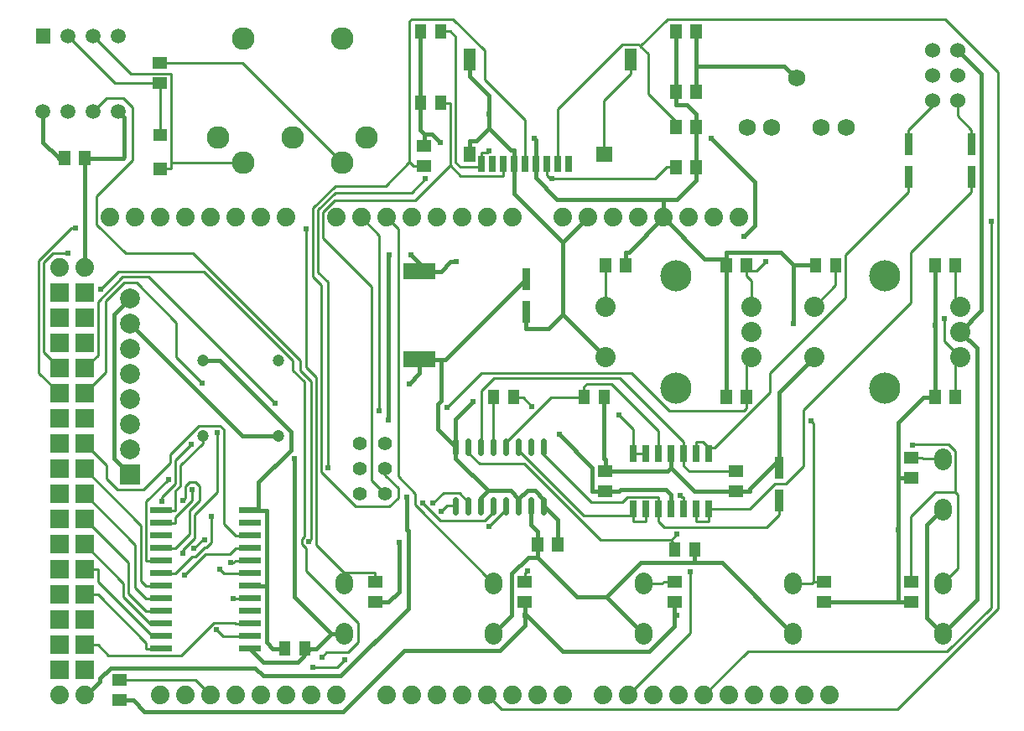
<source format=gbl>
G04 Layer: BottomLayer*
G04 EasyEDA v6.4.31, 2022-02-04 23:24:27*
G04 1551f2279af443638085206af3fd0dcc,e8ed4560e5824e1ea3c46bb2bbde2574,10*
G04 Gerber Generator version 0.2*
G04 Scale: 100 percent, Rotated: No, Reflected: No *
G04 Dimensions in millimeters *
G04 leading zeros omitted , absolute positions ,4 integer and 5 decimal *
%FSLAX45Y45*%
%MOMM*%

%ADD11C,0.4000*%
%ADD12C,0.2500*%
%ADD13C,0.6100*%
%ADD16C,2.2860*%
%ADD18C,1.5000*%
%ADD19C,1.5240*%
%ADD20C,1.7501*%
%ADD21C,1.1999*%
%ADD22R,2.0000X2.0000*%
%ADD23C,2.0000*%
%ADD24C,1.8796*%
%ADD25R,1.8796X1.8796*%
%ADD26C,1.4148*%
%ADD27C,2.0320*%
%ADD28C,3.1496*%
%ADD29C,1.8000*%
%ADD30C,0.6000*%

%LPD*%
D11*
X1803400Y-9486900D02*
G01*
X1747776Y-9486900D01*
X1735076Y-9474200D01*
X1587500Y-9017000D02*
G01*
X1587500Y-9326879D01*
X1735073Y-9474200D01*
X5084318Y-10464800D02*
G01*
X5072379Y-10476992D01*
X5072379Y-12126213D01*
X5259324Y-12905739D02*
G01*
X5259324Y-13236955D01*
X5272024Y-13249655D01*
X5272024Y-14032992D01*
X4591050Y-14713966D01*
X3806697Y-14713966D01*
X3728211Y-14635479D01*
X2266187Y-14635479D01*
X2160778Y-14741144D01*
X2160778Y-14774926D01*
X2025904Y-14909800D01*
X2006600Y-14909800D01*
X5384800Y-10629900D02*
G01*
X5384800Y-10546587D01*
X5303265Y-10464800D01*
X5494781Y-10629900D02*
G01*
X5384800Y-10629900D01*
X8660638Y-10273029D02*
G01*
X8771636Y-10162286D01*
X8771636Y-9726929D01*
X8332215Y-9287510D01*
X5604763Y-10629900D02*
G01*
X5701029Y-10533634D01*
X5754877Y-10533634D01*
X5494781Y-10629900D02*
G01*
X5604763Y-10629900D01*
X2006600Y-9486900D02*
G01*
X2006600Y-10591800D01*
X2463545Y-11156187D02*
G01*
X3600958Y-12293600D01*
X3962400Y-12293600D01*
X4128008Y-12519660D02*
G01*
X4128008Y-13915897D01*
X4499609Y-14287500D01*
X4499609Y-14287500D02*
G01*
X4622800Y-14287500D01*
X4347209Y-14439900D02*
G01*
X4499609Y-14287500D01*
X6086347Y-9035542D02*
G01*
X6086347Y-8852915D01*
X5890513Y-8657081D01*
X6086347Y-9182862D02*
G01*
X6086347Y-9035542D01*
X4288027Y-14439900D02*
G01*
X4155693Y-14572487D01*
X3807968Y-14572487D01*
X3675379Y-14439900D01*
X4288027Y-14439900D02*
G01*
X4347209Y-14439900D01*
X4229100Y-14439900D02*
G01*
X4288027Y-14439900D01*
X9156700Y-14287500D02*
G01*
X8438388Y-13569187D01*
X8166100Y-13569187D01*
X10845800Y-11239500D02*
G01*
X11011915Y-11405615D01*
X11011915Y-13943584D01*
X10668000Y-14287500D01*
X10820400Y-8394700D02*
G01*
X11061700Y-8636000D01*
X11061700Y-11023854D01*
X10845800Y-11239500D01*
X8585200Y-12852400D02*
G01*
X8161781Y-12852400D01*
X7924800Y-12615418D01*
X8166100Y-13436600D02*
G01*
X8166100Y-13569187D01*
X8585200Y-12852400D02*
G01*
X8717788Y-12852400D01*
X9017000Y-12526010D02*
G01*
X8717788Y-12825476D01*
X8717788Y-12852400D01*
X9017000Y-12526010D02*
G01*
X9017000Y-12441174D01*
X9017000Y-12611100D02*
G01*
X9017000Y-12526010D01*
X6831329Y-10336021D02*
G01*
X6834377Y-10336021D01*
X7086600Y-10083800D01*
X6340602Y-9547097D02*
G01*
X6340602Y-9845294D01*
X6831329Y-10336021D01*
X6831329Y-10336021D02*
G01*
X6831329Y-11060429D01*
X2006600Y-9486900D02*
G01*
X2392679Y-9486900D01*
X2405379Y-9474200D01*
X2349500Y-9017000D02*
G01*
X2405379Y-9072879D01*
X2405379Y-9474200D01*
X6340602Y-9476994D02*
G01*
X6340602Y-9547097D01*
X6340602Y-9476994D02*
G01*
X6340602Y-9406889D01*
X7264400Y-11493500D02*
G01*
X6831329Y-11060429D01*
X6464300Y-11206479D02*
G01*
X6685534Y-11206479D01*
X6831329Y-11060429D01*
X6464300Y-11036300D02*
G01*
X6464300Y-11206479D01*
X5890513Y-9447021D02*
G01*
X5890513Y-9311894D01*
X5890513Y-9311894D02*
G01*
X5957315Y-9311894D01*
X6086347Y-9182862D01*
X6086347Y-9182862D02*
G01*
X6310629Y-9406889D01*
X6340602Y-9406889D01*
X5890513Y-8486902D02*
G01*
X5890513Y-8657081D01*
X7275322Y-13917421D02*
G01*
X7623556Y-13569187D01*
X8166100Y-13569187D01*
X6578600Y-13518387D02*
G01*
X6977634Y-13917421D01*
X7275322Y-13917421D01*
X7275322Y-13917421D01*
X7645400Y-14287500D02*
G01*
X7275322Y-13917421D01*
X7924800Y-12615418D02*
G01*
X7891018Y-12649200D01*
X7264400Y-12649200D01*
X7924800Y-12595352D02*
G01*
X7924800Y-12615418D01*
X7924800Y-12470384D02*
G01*
X7924800Y-12595352D01*
X9017000Y-12441174D02*
G01*
X9017000Y-11849100D01*
X9372600Y-11493500D01*
X6134100Y-14287500D02*
G01*
X6319011Y-14102587D01*
X6319011Y-13680947D01*
X6481825Y-13518387D01*
X6578600Y-13518387D01*
X6578600Y-13385800D02*
G01*
X6578600Y-13518387D01*
X10668000Y-13030200D02*
G01*
X10506202Y-13191997D01*
X10506202Y-14125702D01*
X10668000Y-14287500D01*
X6578600Y-13385800D02*
G01*
X6578600Y-13253212D01*
X6578600Y-13253212D02*
G01*
X6515100Y-13189712D01*
X6515100Y-12997179D01*
X7264400Y-12649200D02*
G01*
X7264400Y-12531089D01*
X7251700Y-11899900D02*
G01*
X7251700Y-12518389D01*
X7264400Y-12531089D01*
X8178800Y-8553195D02*
G01*
X9069831Y-8553195D01*
X9194800Y-8678163D01*
X8178800Y-8553195D02*
G01*
X8178800Y-8204200D01*
X8178800Y-8813800D02*
G01*
X8178800Y-8553195D01*
D12*
X5286756Y-9524745D02*
G01*
X5047234Y-9764268D01*
X4535931Y-9764268D01*
X4312158Y-9988042D01*
X4312158Y-10681715D01*
X4394961Y-10764520D01*
X4394961Y-12654534D01*
X4740909Y-13000481D01*
X5084572Y-13000481D01*
X5169915Y-12915137D01*
X5169915Y-12819634D01*
X5041900Y-12691871D01*
X5041900Y-12623800D01*
X5286756Y-9524745D02*
G01*
X5286756Y-8103615D01*
X5311393Y-8078978D01*
X5727445Y-8078978D01*
X6047231Y-8398763D01*
X6047231Y-8693912D01*
X6450584Y-9097263D01*
X6450584Y-9547097D01*
X5325363Y-9563100D02*
G01*
X5286756Y-9524745D01*
X5435600Y-9563100D02*
G01*
X5325363Y-9563100D01*
D11*
X5179313Y-13367512D02*
G01*
X5179313Y-13863574D01*
X5072888Y-13970000D01*
X4940300Y-13970000D02*
G01*
X5072888Y-13970000D01*
X5435600Y-9241789D02*
G01*
X5510275Y-9241789D01*
X5596127Y-9327642D01*
X5397500Y-8928100D02*
G01*
X5397500Y-9203689D01*
X5435600Y-9241789D01*
X6544309Y-9287510D02*
G01*
X6560565Y-9304020D01*
X6560565Y-9547097D01*
X7848600Y-9900920D02*
G01*
X6774434Y-9900920D01*
X6560565Y-9687052D01*
X8178800Y-9708387D02*
G01*
X7986268Y-9900920D01*
X7848600Y-9900920D01*
X7848600Y-9900920D02*
G01*
X7848600Y-10083800D01*
X6560565Y-9547097D02*
G01*
X6560565Y-9687052D01*
X2463545Y-10902187D02*
G01*
X2299462Y-11066271D01*
X2299462Y-12516104D01*
X2463545Y-12680187D01*
X5397500Y-8928100D02*
G01*
X5397500Y-8204200D01*
X6451600Y-14100047D02*
G01*
X6451600Y-14088110D01*
X2494788Y-14960600D02*
G01*
X2609341Y-15075154D01*
X4612131Y-15075154D01*
X5229097Y-14458442D01*
X6200140Y-14458442D01*
X6451600Y-14206981D01*
X6451600Y-14100047D01*
X7962900Y-14100555D02*
G01*
X7982204Y-14100555D01*
X7962900Y-14100555D02*
G01*
X7962900Y-14215871D01*
X7708900Y-14469871D01*
X6833361Y-14469871D01*
X6451600Y-14088110D01*
X7962900Y-13970000D02*
G01*
X7962900Y-14100555D01*
X9164827Y-10566400D02*
G01*
X9032240Y-10433812D01*
X8483600Y-10433812D01*
X9267190Y-10566400D02*
G01*
X9164827Y-10566400D01*
X9164827Y-10566400D02*
G01*
X9164827Y-11155679D01*
X10591800Y-11174476D02*
G01*
X10591800Y-10566400D01*
X10591800Y-11899900D02*
G01*
X10591800Y-11174476D01*
X8483600Y-11899900D02*
G01*
X8483600Y-10566400D01*
X7975600Y-8813800D02*
G01*
X7975600Y-8946387D01*
X8178800Y-9169400D02*
G01*
X8178800Y-9036812D01*
X8178800Y-9036812D02*
G01*
X8088375Y-8946387D01*
X7975600Y-8946387D01*
X8178800Y-9575800D02*
G01*
X8178800Y-9169400D01*
X10217911Y-13236194D02*
G01*
X10217911Y-13970000D01*
X10217911Y-12712700D02*
G01*
X10217911Y-13236194D01*
X8178800Y-9575800D02*
G01*
X8178800Y-9708387D01*
X2362200Y-14960600D02*
G01*
X2494788Y-14960600D01*
X6451600Y-13970000D02*
G01*
X6451600Y-14088110D01*
X10217911Y-13970000D02*
G01*
X9474200Y-13970000D01*
X10284206Y-13970000D02*
G01*
X10217911Y-13970000D01*
X10350500Y-13970000D02*
G01*
X10284206Y-13970000D01*
X10473690Y-11899900D02*
G01*
X10217911Y-12155678D01*
X10217911Y-12712700D01*
X8483600Y-10500105D02*
G01*
X8264906Y-10500105D01*
X7848600Y-10083800D01*
X8483600Y-10500105D02*
G01*
X8483600Y-10433812D01*
X8483600Y-10566400D02*
G01*
X8483600Y-10500105D01*
X9385300Y-10566400D02*
G01*
X9267190Y-10566400D01*
X10591800Y-11899900D02*
G01*
X10473690Y-11899900D01*
X10350500Y-12712700D02*
G01*
X10217911Y-12712700D01*
X7467600Y-10566400D02*
G01*
X7467600Y-10433812D01*
X7848600Y-10083800D02*
G01*
X7498588Y-10433812D01*
X7467600Y-10433812D01*
X7975600Y-8813800D02*
G01*
X7975600Y-8204200D01*
X5435600Y-9359900D02*
G01*
X5435600Y-9241789D01*
D12*
X2006600Y-12369800D02*
G01*
X2226818Y-12590018D01*
X2226818Y-12726415D01*
X2333244Y-12832842D01*
X2601468Y-12832842D01*
X2870454Y-12563855D01*
X2870454Y-12477242D01*
X3161791Y-12186158D01*
X3373120Y-12186158D01*
X3412997Y-12226036D01*
X3412997Y-13182345D01*
X3527552Y-13296900D01*
X3675379Y-13296900D02*
G01*
X3527552Y-13296900D01*
X2167128Y-10809731D02*
G01*
X2345689Y-10631170D01*
X3211575Y-10631170D01*
X4108958Y-11528552D01*
X4108958Y-11628881D01*
X4222495Y-11742420D01*
X4222495Y-13308584D01*
X4200906Y-13329920D01*
X4200906Y-13386562D01*
X4240784Y-13426439D01*
X4241038Y-13426439D01*
X4241038Y-13650721D01*
X4765547Y-14175231D01*
X4765547Y-14376654D01*
X4662677Y-14479270D01*
X4443729Y-14479270D01*
X4399788Y-14523212D01*
X3675379Y-13931900D02*
G01*
X3527552Y-13931900D01*
X3507486Y-13934186D02*
G01*
X3525520Y-13934186D01*
X3527552Y-13931900D01*
X3340100Y-14245589D02*
G01*
X3407663Y-14312900D01*
X3675379Y-14312900D01*
X6134100Y-12997179D02*
G01*
X6134100Y-13059410D01*
X6048756Y-13145007D01*
X5597652Y-13145007D01*
X5416550Y-12963905D01*
X2924047Y-13169900D02*
G01*
X2924047Y-13114020D01*
X3093974Y-12944094D01*
X3093974Y-12836652D01*
X2776220Y-13169900D02*
G01*
X2924047Y-13169900D01*
X8051800Y-12347702D02*
G01*
X7411974Y-11707876D01*
X6140704Y-11707876D01*
X6013704Y-11835129D01*
X6013704Y-12396215D01*
X6007100Y-12402820D01*
X8051800Y-12470384D02*
G01*
X8051800Y-12347702D01*
X8051800Y-12531852D02*
G01*
X8051800Y-12470384D01*
X8051800Y-12531852D02*
G01*
X8051800Y-12593065D01*
X8585200Y-12649200D02*
G01*
X8107934Y-12649200D01*
X8051800Y-12593065D01*
X4244086Y-10196576D02*
G01*
X4244086Y-11596624D01*
X4344670Y-11697208D01*
X4344670Y-13392912D01*
X4622800Y-13671042D01*
X4622800Y-13779500D02*
G01*
X4622800Y-13671042D01*
X4622800Y-13671042D02*
G01*
X4940300Y-13671042D01*
X4940300Y-13766800D02*
G01*
X4940300Y-13671042D01*
X4800600Y-10083800D02*
G01*
X4980177Y-10263378D01*
X4980177Y-12033758D01*
X7852663Y-13766800D02*
G01*
X7839963Y-13779500D01*
X7645400Y-13779500D01*
X7962900Y-13766800D02*
G01*
X7852663Y-13766800D01*
X9363963Y-13766800D02*
G01*
X9363963Y-12162281D01*
X9335770Y-12134087D01*
X9474200Y-13766800D02*
G01*
X9363963Y-13766800D01*
X9156700Y-13779500D02*
G01*
X9351263Y-13779500D01*
X9363963Y-13766800D01*
X10350500Y-12509500D02*
G01*
X10460736Y-12509500D01*
X10668000Y-12522200D02*
G01*
X10473436Y-12522200D01*
X10460736Y-12509500D01*
D11*
X5280152Y-11764263D02*
G01*
X5384800Y-11659362D01*
X5384800Y-11518900D01*
X7264400Y-12852400D02*
G01*
X7131811Y-12852400D01*
X5930645Y-11947144D02*
G01*
X5753100Y-12124689D01*
X5753100Y-12402820D01*
X7131811Y-12852400D02*
G01*
X7131811Y-12610592D01*
X6798818Y-12277597D01*
X7330693Y-12852400D02*
G01*
X7264400Y-12852400D01*
X5753100Y-12402820D02*
G01*
X5571743Y-12221463D01*
X5571743Y-11966447D01*
X5604763Y-11933174D01*
X5604763Y-11518900D01*
X3760470Y-13042900D02*
G01*
X3760470Y-12759181D01*
X4086606Y-12433045D01*
X4086606Y-12247371D01*
X3370834Y-11531600D01*
X3200400Y-11531600D01*
X6080506Y-12843763D02*
G01*
X5753100Y-12516358D01*
X5753100Y-12402820D01*
X6464300Y-10706100D02*
G01*
X5651500Y-11518900D01*
X5604763Y-11518900D01*
X5384800Y-11518900D02*
G01*
X5604763Y-11518900D01*
X6781800Y-13385800D02*
G01*
X6781800Y-13136879D01*
X6642100Y-12997179D01*
X7330693Y-12852400D02*
G01*
X7396988Y-12852400D01*
X4025900Y-14439900D02*
G01*
X3907790Y-14439900D01*
X3907790Y-14439900D02*
G01*
X3845306Y-14377416D01*
X3845306Y-13804900D01*
X3760470Y-13042900D02*
G01*
X3845306Y-13042900D01*
X3675379Y-13042900D02*
G01*
X3760470Y-13042900D01*
X3845306Y-13804900D02*
G01*
X3845306Y-13042900D01*
X3825493Y-13804900D02*
G01*
X3845306Y-13804900D01*
X3675379Y-13804900D02*
G01*
X3825493Y-13804900D01*
X6080506Y-12843763D02*
G01*
X6007100Y-12917170D01*
X6007100Y-12997179D01*
X6388100Y-12927584D02*
G01*
X6304279Y-12843763D01*
X6080506Y-12843763D01*
X6388100Y-12927584D02*
G01*
X6388100Y-12997179D01*
X6642100Y-12997179D02*
G01*
X6642100Y-12931647D01*
X6550913Y-12840462D01*
X6475222Y-12840462D01*
X6388100Y-12927584D01*
X7924800Y-13030200D02*
G01*
X7924800Y-12885165D01*
X7924800Y-12885165D02*
G01*
X7870697Y-12831063D01*
X7418324Y-12831063D01*
X7396988Y-12852400D01*
D12*
X2138426Y-14401800D02*
G01*
X2244089Y-14507718D01*
X2981452Y-14507718D01*
X3311906Y-14177263D01*
X3518915Y-14177263D01*
X3527552Y-14185900D01*
X3675379Y-14185900D02*
G01*
X3527552Y-14185900D01*
X2006600Y-14401800D02*
G01*
X2138426Y-14401800D01*
X7797800Y-13030200D02*
G01*
X7797800Y-13152881D01*
X9017000Y-12941300D02*
G01*
X9017000Y-13089128D01*
X9017000Y-13089128D02*
G01*
X8890761Y-13215112D01*
X7860029Y-13215112D01*
X7797800Y-13152881D01*
X7797800Y-12907518D02*
G01*
X7487158Y-12907518D01*
X7431531Y-12963144D01*
X7124445Y-12963144D01*
X6642100Y-12480797D01*
X6642100Y-12402820D01*
X7797800Y-12968986D02*
G01*
X7797800Y-13030200D01*
X7797800Y-12968986D02*
G01*
X7797800Y-12907518D01*
X8305800Y-13030200D02*
G01*
X8718295Y-13030200D01*
X8974836Y-12773660D01*
X9088120Y-12773660D01*
X9266427Y-12595352D01*
X9266427Y-12028170D01*
X10349229Y-10945368D01*
X10349229Y-10435844D01*
X10960100Y-9825228D01*
X10960100Y-9677400D02*
G01*
X10960100Y-9825228D01*
X8305800Y-13030200D02*
G01*
X8305800Y-13152881D01*
X8178800Y-13030200D02*
G01*
X8178800Y-13152881D01*
X8178800Y-13152881D02*
G01*
X8305800Y-13152881D01*
X10325100Y-9677400D02*
G01*
X10325100Y-9825228D01*
X10325100Y-9825228D02*
G01*
X9686797Y-10463529D01*
X9686797Y-10890504D01*
X8924290Y-11653012D01*
X8924290Y-11846813D01*
X8361934Y-12409170D01*
X8305800Y-12409170D01*
X8178800Y-12470384D02*
G01*
X8178800Y-12347702D01*
X8305800Y-12409170D02*
G01*
X8244331Y-12347702D01*
X8178800Y-12347702D01*
X8305800Y-12470384D02*
G01*
X8305800Y-12409170D01*
X7264400Y-10985500D02*
G01*
X7264400Y-10985500D01*
X7264400Y-10566400D01*
X10845800Y-10985500D02*
G01*
X10795000Y-10934700D01*
X10795000Y-10566400D01*
X7493000Y-14909800D02*
G01*
X8118347Y-14284452D01*
X8118347Y-13662913D01*
X6010656Y-9547097D02*
G01*
X6010656Y-9429242D01*
X8255000Y-14909800D02*
G01*
X8700770Y-14464284D01*
X10714736Y-14464284D01*
X11155934Y-14022831D01*
X11155934Y-10119105D01*
X6010656Y-9429242D02*
G01*
X6067297Y-9429242D01*
X6086093Y-9410445D01*
X5600700Y-8204200D02*
G01*
X5696458Y-8204200D01*
X5696458Y-8204200D02*
G01*
X5750052Y-8257794D01*
X5750052Y-9527286D01*
X5799836Y-9577070D01*
X5980684Y-9577070D01*
X6010656Y-9547097D01*
X3527552Y-13423900D02*
G01*
X3470402Y-13481304D01*
X3227070Y-13481304D01*
X3013456Y-13694918D01*
X3675379Y-13423900D02*
G01*
X3527552Y-13423900D01*
X3344925Y-12254484D02*
G01*
X3344925Y-12860528D01*
X3120390Y-13085063D01*
X3120390Y-13319505D01*
X2995422Y-13444220D01*
X2995422Y-13475207D01*
X3527552Y-13550900D02*
G01*
X3509772Y-13568934D01*
X3477513Y-13568934D01*
X3192525Y-11756644D02*
G01*
X2932429Y-11496802D01*
X2932429Y-11146281D01*
X2529331Y-10743184D01*
X2401315Y-10743184D01*
X2218181Y-10926318D01*
X2218181Y-11650218D01*
X2006600Y-11861800D01*
X3675379Y-13550900D02*
G01*
X3527552Y-13550900D01*
X5880100Y-12997179D02*
G01*
X5880100Y-12955778D01*
X5787897Y-12863829D01*
X5627877Y-12863829D01*
X5520943Y-12970763D01*
X2628391Y-13550900D02*
G01*
X2628391Y-12952221D01*
X2849879Y-12730734D01*
X2776220Y-13550900D02*
G01*
X2628391Y-13550900D01*
X6261100Y-12997179D02*
G01*
X6261100Y-13032486D01*
X6089141Y-13204444D01*
X2924047Y-13423900D02*
G01*
X3063240Y-13284707D01*
X3063240Y-13045947D01*
X3163824Y-12945363D01*
X3163824Y-12794995D01*
X3124200Y-12755371D01*
X3068827Y-12755371D01*
X3024631Y-12799568D01*
X3024631Y-12916915D01*
X2999740Y-12941808D01*
X2776220Y-13423900D02*
G01*
X2924047Y-13423900D01*
X7614158Y-8352789D02*
G01*
X7693659Y-8432292D01*
X7693659Y-8832342D01*
X7975600Y-9114281D01*
X6780529Y-9429242D02*
G01*
X6780529Y-8988805D01*
X7430261Y-8339328D01*
X7600441Y-8339328D01*
X7614158Y-8352789D01*
X6070600Y-14909800D02*
G01*
X6213602Y-15052802D01*
X10212324Y-15052802D01*
X11229847Y-14035278D01*
X11229847Y-8615171D01*
X10693654Y-8078978D01*
X7887715Y-8078978D01*
X7614158Y-8352789D01*
X6780529Y-9547097D02*
G01*
X6780529Y-9429242D01*
X7975600Y-9169400D02*
G01*
X7975600Y-9114281D01*
X7934959Y-13338047D02*
G01*
X7988554Y-13284200D01*
X7962900Y-13381481D02*
G01*
X7934959Y-13353542D01*
X7934959Y-13353542D01*
X7934959Y-13338047D01*
X5880100Y-12402820D02*
G01*
X5880100Y-12457176D01*
X5993638Y-12570713D01*
X6445758Y-12570713D01*
X7213091Y-13338047D01*
X7934959Y-13338047D01*
X8051800Y-13030200D02*
G01*
X8051800Y-12907518D01*
X8051800Y-12907518D02*
G01*
X8038591Y-12907518D01*
X8019288Y-12888213D01*
X7962900Y-13436600D02*
G01*
X7962900Y-13381481D01*
X7048500Y-11899900D02*
G01*
X6716775Y-11899900D01*
X6261100Y-12355576D01*
X6261100Y-12402820D01*
X7048500Y-11899900D02*
G01*
X7048500Y-11789663D01*
X7048500Y-11789663D02*
G01*
X7076440Y-11761724D01*
X7321295Y-11761724D01*
X7797800Y-12238228D01*
X7797800Y-12470384D01*
X6433058Y-11899900D02*
G01*
X6523990Y-11990831D01*
X6337300Y-11899900D02*
G01*
X6433058Y-11899900D01*
X7397495Y-12079731D02*
G01*
X7543800Y-12226036D01*
X7543800Y-12470384D01*
X7670800Y-12470384D02*
G01*
X7543800Y-12470384D01*
X10797793Y-12858242D02*
G01*
X10595863Y-12858242D01*
X10350500Y-13103605D01*
X10350500Y-13766800D01*
X10668000Y-13779500D02*
G01*
X10821924Y-13625829D01*
X10821924Y-12882371D01*
X10797793Y-12858242D01*
X10797793Y-12858242D02*
G01*
X10797793Y-12446508D01*
X10725911Y-12374371D01*
X10375138Y-12374371D01*
X10365993Y-12383770D01*
X8686800Y-11899900D02*
G01*
X8686800Y-12010136D01*
X1752600Y-11607800D02*
G01*
X1592579Y-11447779D01*
X1592579Y-10541254D01*
X1688592Y-10445242D01*
X1841500Y-10445242D01*
X8686800Y-12010136D02*
G01*
X8658352Y-12038584D01*
X7908290Y-12038584D01*
X7527290Y-11657584D01*
X6008624Y-11657584D01*
X5662168Y-12004039D01*
X8737600Y-11493500D02*
G01*
X8686800Y-11544300D01*
X8686800Y-11899900D01*
X1752600Y-11861800D02*
G01*
X1542287Y-11651487D01*
X1542287Y-10520426D01*
X1868931Y-10193781D01*
X1912112Y-10193781D01*
X8686800Y-10621518D02*
G01*
X8786368Y-10621518D01*
X8878570Y-10529315D01*
X8686800Y-10621518D02*
G01*
X8686800Y-10676636D01*
X8686800Y-10566400D02*
G01*
X8686800Y-10621518D01*
X8686800Y-10676636D02*
G01*
X8737600Y-10727436D01*
X8737600Y-10985500D01*
X2768600Y-9593326D02*
G01*
X2876295Y-9593326D01*
X2878836Y-9527539D02*
G01*
X2878836Y-8636508D01*
X2871470Y-8629142D01*
X2469641Y-8629142D01*
X2095500Y-8255000D01*
X2876295Y-9593326D02*
G01*
X2876295Y-9530079D01*
X2878836Y-9527539D01*
X2878836Y-9527539D02*
G01*
X3605529Y-9527539D01*
X2768600Y-8521700D02*
G01*
X3597909Y-8521700D01*
X4603750Y-9527539D01*
X2768600Y-8724900D02*
G01*
X2311400Y-8724900D01*
X1841500Y-8255000D01*
X2768600Y-8724900D02*
G01*
X2768600Y-9253474D01*
X4269231Y-13358368D02*
G01*
X4294377Y-13333221D01*
X4294377Y-11743181D01*
X4184395Y-11633200D01*
X4184395Y-11532870D01*
X3096768Y-10445242D01*
X2418079Y-10445242D01*
X2127757Y-10154665D01*
X2127757Y-9866629D01*
X2485897Y-9508489D01*
X2485897Y-8970518D01*
X2398013Y-8882634D01*
X2229865Y-8882634D01*
X2095500Y-9017000D01*
X4629404Y-14547595D02*
G01*
X4553711Y-14623542D01*
X4307077Y-14623542D01*
X3276600Y-14909800D02*
G01*
X3124200Y-14757400D01*
X2362200Y-14757400D01*
X10325100Y-9347200D02*
G01*
X10325100Y-9199371D01*
X10325100Y-9199371D02*
G01*
X10566400Y-8958071D01*
X10566400Y-8902700D01*
X10960100Y-9347200D02*
G01*
X10960100Y-9199371D01*
X10960100Y-9199371D02*
G01*
X10820400Y-9059671D01*
X10820400Y-8902700D01*
X5041900Y-12877800D02*
G01*
X4904231Y-12740131D01*
X4904231Y-10785347D01*
X4412995Y-10294112D01*
X4412995Y-10029697D01*
X4530597Y-9911842D01*
X5344159Y-9911842D01*
X5696458Y-9559797D01*
X5696458Y-9559797D02*
G01*
X5696458Y-8928100D01*
X6230620Y-9664700D02*
G01*
X5801613Y-9664700D01*
X5696458Y-9559797D01*
X5600700Y-8928100D02*
G01*
X5696458Y-8928100D01*
X6230620Y-9547097D02*
G01*
X6230620Y-9664700D01*
X7520686Y-8486902D02*
G01*
X7520686Y-8634729D01*
X7250684Y-9447021D02*
G01*
X7250684Y-8904731D01*
X7520686Y-8634729D01*
X2776220Y-14439900D02*
G01*
X2628391Y-14439900D01*
X2006600Y-13893800D02*
G01*
X2138426Y-13893800D01*
X2138426Y-13893800D02*
G01*
X2628391Y-14384020D01*
X2628391Y-14439900D01*
X2776220Y-14312900D02*
G01*
X2689859Y-14312900D01*
X2138426Y-13761212D01*
X2138426Y-13639800D01*
X2006600Y-13639800D02*
G01*
X2138426Y-13639800D01*
X2628391Y-13931900D02*
G01*
X2516124Y-13819378D01*
X2516124Y-13387324D01*
X2006600Y-12877800D01*
X2776220Y-13931900D02*
G01*
X2628391Y-13931900D01*
X2628391Y-13804900D02*
G01*
X2578100Y-13754607D01*
X2578100Y-13195300D01*
X2006600Y-12623800D01*
X2776220Y-13804900D02*
G01*
X2628391Y-13804900D01*
X3200400Y-12293600D02*
G01*
X3200400Y-12364720D01*
X2974340Y-12590779D01*
X2974340Y-12794742D01*
X2924047Y-12845034D01*
X2924047Y-13042900D01*
X2776220Y-13042900D02*
G01*
X2924047Y-13042900D01*
X6134100Y-11899900D02*
G01*
X6134100Y-12010136D01*
X6134100Y-12010136D02*
G01*
X6134100Y-12010136D01*
X6134100Y-12402820D01*
X6388100Y-12402820D02*
G01*
X6388100Y-12431521D01*
X7047991Y-13091668D01*
X7543800Y-13091668D01*
X7543800Y-13091668D02*
G01*
X7543800Y-13152881D01*
X7543800Y-13030200D02*
G01*
X7543800Y-13091668D01*
X7670800Y-13030200D02*
G01*
X7670800Y-13152881D01*
X7543800Y-13152881D02*
G01*
X7670800Y-13152881D01*
X5054600Y-10083800D02*
G01*
X5169915Y-10199115D01*
X5169915Y-12698729D01*
X5342381Y-12871195D01*
X5342381Y-12987781D01*
X6134100Y-13779500D01*
X6451600Y-13766800D02*
G01*
X6451600Y-13671042D01*
X6481572Y-13651737D02*
G01*
X6462268Y-13671042D01*
X6451600Y-13671042D01*
X9372600Y-10985500D02*
G01*
X9588500Y-10769600D01*
X9588500Y-10566400D01*
X10845800Y-11493500D02*
G01*
X10686288Y-11333987D01*
X10686288Y-11107674D01*
X10795000Y-11899900D02*
G01*
X10795000Y-11544300D01*
X10845800Y-11493500D01*
X2776220Y-14185900D02*
G01*
X2669540Y-14185900D01*
X2397760Y-13913866D01*
X2397760Y-13776960D01*
X2006600Y-13385800D01*
X2628391Y-14058900D02*
G01*
X2448052Y-13878305D01*
X2448052Y-13573252D01*
X2006600Y-13131800D01*
X2776220Y-14058900D02*
G01*
X2628391Y-14058900D01*
X5447791Y-9693655D02*
G01*
X5308854Y-9832339D01*
X4538979Y-9832339D01*
X4362450Y-10008870D01*
X4362450Y-10635742D01*
X4463288Y-10736579D01*
X4463288Y-12609829D01*
X6726681Y-9693655D02*
G01*
X6704584Y-9693655D01*
X6670547Y-9659620D01*
X7879841Y-9575800D02*
G01*
X7761986Y-9693655D01*
X6726681Y-9693655D01*
X6670547Y-9603231D02*
G01*
X6670547Y-9659620D01*
X6670547Y-9603231D02*
G01*
X6670547Y-9547097D01*
X7975600Y-9575800D02*
G01*
X7879841Y-9575800D01*
X2006600Y-11607800D02*
G01*
X2138426Y-11475974D01*
X2138426Y-10934954D01*
X2138426Y-10934954D01*
X2391663Y-10681715D01*
X2654045Y-10681715D01*
X3928872Y-11956287D01*
X3675379Y-13677900D02*
G01*
X3408679Y-13677900D01*
X3367786Y-13637005D01*
X3108706Y-13427455D02*
G01*
X3197859Y-13338302D01*
X3220465Y-13338302D01*
X3083813Y-12379452D02*
G01*
X2924047Y-12539218D01*
X2924047Y-12773913D01*
X2788920Y-12908787D01*
X2788920Y-12953745D01*
X5753100Y-12997179D02*
G01*
X5662929Y-12997179D01*
X5607304Y-13052805D01*
X3281934Y-13106908D02*
G01*
X3288538Y-13113512D01*
X3288538Y-13366495D01*
X3237991Y-13417042D01*
X3215640Y-13417042D01*
X3123691Y-13508989D01*
X3092958Y-13508989D01*
X2924047Y-13677900D01*
X2776220Y-13677900D02*
G01*
X2924047Y-13677900D01*
D30*
X5753100Y-12462819D02*
G01*
X5753100Y-12342820D01*
X5880100Y-12462819D02*
G01*
X5880100Y-12342820D01*
X6007100Y-12462819D02*
G01*
X6007100Y-12342820D01*
X6134100Y-12462819D02*
G01*
X6134100Y-12342820D01*
X6261100Y-12462819D02*
G01*
X6261100Y-12342820D01*
X6388100Y-12462819D02*
G01*
X6388100Y-12342820D01*
X6515100Y-12462819D02*
G01*
X6515100Y-12342820D01*
X6642100Y-12462819D02*
G01*
X6642100Y-12342820D01*
X5753100Y-13057179D02*
G01*
X5753100Y-12937180D01*
X5880100Y-13057179D02*
G01*
X5880100Y-12937180D01*
X6007100Y-13057179D02*
G01*
X6007100Y-12937180D01*
X6134100Y-13057179D02*
G01*
X6134100Y-12937180D01*
X6261100Y-13057179D02*
G01*
X6261100Y-12937180D01*
X6388100Y-13057179D02*
G01*
X6388100Y-12937180D01*
X6515100Y-13057179D02*
G01*
X6515100Y-12937180D01*
X6642100Y-13057179D02*
G01*
X6642100Y-12937180D01*
G36*
X2064600Y-9414400D02*
G01*
X1948599Y-9414400D01*
X1948599Y-9559399D01*
X2064600Y-9559399D01*
G37*
G36*
X1861400Y-9414400D02*
G01*
X1745399Y-9414400D01*
X1745399Y-9559399D01*
X1861400Y-9559399D01*
G37*
G36*
X6085601Y-9626998D02*
G01*
X6155603Y-9626998D01*
X6155603Y-9466999D01*
X6085601Y-9466999D01*
G37*
G36*
X6195603Y-9626998D02*
G01*
X6265605Y-9626998D01*
X6265605Y-9466999D01*
X6195603Y-9466999D01*
G37*
G36*
X6305603Y-9626998D02*
G01*
X6375605Y-9626998D01*
X6375605Y-9466999D01*
X6305603Y-9466999D01*
G37*
G36*
X6415603Y-9626998D02*
G01*
X6485605Y-9626998D01*
X6485605Y-9466999D01*
X6415603Y-9466999D01*
G37*
G36*
X6525602Y-9626998D02*
G01*
X6595605Y-9626998D01*
X6595605Y-9466999D01*
X6525602Y-9466999D01*
G37*
G36*
X6635602Y-9626998D02*
G01*
X6705605Y-9626998D01*
X6705605Y-9466999D01*
X6635602Y-9466999D01*
G37*
G36*
X6745602Y-9626998D02*
G01*
X6815604Y-9626998D01*
X6815604Y-9466999D01*
X6745602Y-9466999D01*
G37*
G36*
X6855602Y-9626998D02*
G01*
X6925604Y-9626998D01*
X6925604Y-9466999D01*
X6855602Y-9466999D01*
G37*
G36*
X5975598Y-9627001D02*
G01*
X6045601Y-9627001D01*
X6045601Y-9467001D01*
X5975598Y-9467001D01*
G37*
G36*
X5830600Y-9522005D02*
G01*
X5950600Y-9522005D01*
X5950600Y-9372003D01*
X5830600Y-9372003D01*
G37*
G36*
X5830600Y-8597003D02*
G01*
X5950600Y-8597003D01*
X5950600Y-8377003D01*
X5830600Y-8377003D01*
G37*
G36*
X7460597Y-8597000D02*
G01*
X7580596Y-8597000D01*
X7580596Y-8377001D01*
X7460597Y-8377001D01*
G37*
G36*
X7170595Y-9522005D02*
G01*
X7330594Y-9522005D01*
X7330594Y-9372003D01*
X7170595Y-9372003D01*
G37*
G36*
X3565397Y-13012928D02*
G01*
X3565397Y-13072871D01*
X3785361Y-13072871D01*
X3785361Y-13012928D01*
G37*
G36*
X3565397Y-13139928D02*
G01*
X3565397Y-13199871D01*
X3785361Y-13199871D01*
X3785361Y-13139928D01*
G37*
G36*
X3565397Y-13266928D02*
G01*
X3565397Y-13326871D01*
X3785361Y-13326871D01*
X3785361Y-13266928D01*
G37*
G36*
X3565397Y-13393928D02*
G01*
X3565397Y-13453871D01*
X3785361Y-13453871D01*
X3785361Y-13393928D01*
G37*
G36*
X3565397Y-13520928D02*
G01*
X3565397Y-13580871D01*
X3785361Y-13580871D01*
X3785361Y-13520928D01*
G37*
G36*
X3565397Y-13647928D02*
G01*
X3565397Y-13707871D01*
X3785361Y-13707871D01*
X3785361Y-13647928D01*
G37*
G36*
X3565397Y-13774928D02*
G01*
X3565397Y-13834871D01*
X3785361Y-13834871D01*
X3785361Y-13774928D01*
G37*
G36*
X3565397Y-13901928D02*
G01*
X3565397Y-13961871D01*
X3785361Y-13961871D01*
X3785361Y-13901928D01*
G37*
G36*
X3565397Y-14028928D02*
G01*
X3565397Y-14088871D01*
X3785361Y-14088871D01*
X3785361Y-14028928D01*
G37*
G36*
X3565397Y-14155928D02*
G01*
X3565397Y-14215871D01*
X3785361Y-14215871D01*
X3785361Y-14155928D01*
G37*
G36*
X3565397Y-14282928D02*
G01*
X3565397Y-14342871D01*
X3785361Y-14342871D01*
X3785361Y-14282928D01*
G37*
G36*
X3565397Y-14409928D02*
G01*
X3565397Y-14469871D01*
X3785361Y-14469871D01*
X3785361Y-14409928D01*
G37*
G36*
X2666238Y-14409928D02*
G01*
X2666238Y-14469871D01*
X2886202Y-14469871D01*
X2886202Y-14409928D01*
G37*
G36*
X2666238Y-14282928D02*
G01*
X2666238Y-14342871D01*
X2886202Y-14342871D01*
X2886202Y-14282928D01*
G37*
G36*
X2666238Y-14155928D02*
G01*
X2666238Y-14215871D01*
X2886202Y-14215871D01*
X2886202Y-14155928D01*
G37*
G36*
X2666238Y-14028928D02*
G01*
X2666238Y-14088871D01*
X2886202Y-14088871D01*
X2886202Y-14028928D01*
G37*
G36*
X2666238Y-13901928D02*
G01*
X2666238Y-13961871D01*
X2886202Y-13961871D01*
X2886202Y-13901928D01*
G37*
G36*
X2666238Y-13774928D02*
G01*
X2666238Y-13834871D01*
X2886202Y-13834871D01*
X2886202Y-13774928D01*
G37*
G36*
X2666238Y-13647928D02*
G01*
X2666238Y-13707871D01*
X2886202Y-13707871D01*
X2886202Y-13647928D01*
G37*
G36*
X2666238Y-13520928D02*
G01*
X2666238Y-13580871D01*
X2886202Y-13580871D01*
X2886202Y-13520928D01*
G37*
G36*
X2666238Y-13393928D02*
G01*
X2666238Y-13453871D01*
X2886202Y-13453871D01*
X2886202Y-13393928D01*
G37*
G36*
X2666238Y-13266928D02*
G01*
X2666238Y-13326871D01*
X2886202Y-13326871D01*
X2886202Y-13266928D01*
G37*
G36*
X2666238Y-13139928D02*
G01*
X2666238Y-13199871D01*
X2886202Y-13199871D01*
X2886202Y-13139928D01*
G37*
G36*
X2666238Y-13012928D02*
G01*
X2666238Y-13072871D01*
X2886202Y-13072871D01*
X2886202Y-13012928D01*
G37*
G36*
X5544820Y-10709910D02*
G01*
X5544820Y-10549889D01*
X5224779Y-10549889D01*
X5224779Y-10709910D01*
G37*
G36*
X5544820Y-11598910D02*
G01*
X5544820Y-11438889D01*
X5224779Y-11438889D01*
X5224779Y-11598910D01*
G37*
G36*
X6504299Y-10816099D02*
G01*
X6504299Y-10596100D01*
X6424300Y-10596100D01*
X6424300Y-10816099D01*
G37*
G36*
X6504299Y-11146299D02*
G01*
X6504299Y-10926300D01*
X6424300Y-10926300D01*
X6424300Y-11146299D01*
G37*
G36*
X8338311Y-12945237D02*
G01*
X8273288Y-12945237D01*
X8273288Y-13115162D01*
X8338311Y-13115162D01*
G37*
G36*
X8211311Y-12945237D02*
G01*
X8146288Y-12945237D01*
X8146288Y-13115162D01*
X8211311Y-13115162D01*
G37*
G36*
X8084311Y-12945237D02*
G01*
X8019288Y-12945237D01*
X8019288Y-13115162D01*
X8084311Y-13115162D01*
G37*
G36*
X7957311Y-12945237D02*
G01*
X7892288Y-12945237D01*
X7892288Y-13115162D01*
X7957311Y-13115162D01*
G37*
G36*
X7830311Y-12945237D02*
G01*
X7765288Y-12945237D01*
X7765288Y-13115162D01*
X7830311Y-13115162D01*
G37*
G36*
X7703311Y-12945237D02*
G01*
X7638288Y-12945237D01*
X7638288Y-13115162D01*
X7703311Y-13115162D01*
G37*
G36*
X7576311Y-12945237D02*
G01*
X7511288Y-12945237D01*
X7511288Y-13115162D01*
X7576311Y-13115162D01*
G37*
G36*
X7576311Y-12385420D02*
G01*
X7511288Y-12385420D01*
X7511288Y-12555346D01*
X7576311Y-12555346D01*
G37*
G36*
X7703311Y-12385420D02*
G01*
X7638288Y-12385420D01*
X7638288Y-12555346D01*
X7703311Y-12555346D01*
G37*
G36*
X7830311Y-12385420D02*
G01*
X7765288Y-12385420D01*
X7765288Y-12555346D01*
X7830311Y-12555346D01*
G37*
G36*
X7957311Y-12385420D02*
G01*
X7892288Y-12385420D01*
X7892288Y-12555346D01*
X7957311Y-12555346D01*
G37*
G36*
X8084311Y-12385420D02*
G01*
X8019288Y-12385420D01*
X8019288Y-12555346D01*
X8084311Y-12555346D01*
G37*
G36*
X8211311Y-12385420D02*
G01*
X8146288Y-12385420D01*
X8146288Y-12555346D01*
X8211311Y-12555346D01*
G37*
G36*
X8338311Y-12385420D02*
G01*
X8273288Y-12385420D01*
X8273288Y-12555346D01*
X8338311Y-12555346D01*
G37*
G36*
X2698600Y-9193400D02*
G01*
X2698600Y-9313400D01*
X2838599Y-9313400D01*
X2838599Y-9193400D01*
G37*
G36*
X2698600Y-9533399D02*
G01*
X2698600Y-9653399D01*
X2838599Y-9653399D01*
X2838599Y-9533399D01*
G37*
G36*
X2696100Y-8463699D02*
G01*
X2696100Y-8579700D01*
X2841099Y-8579700D01*
X2841099Y-8463699D01*
G37*
G36*
X2696100Y-8666899D02*
G01*
X2696100Y-8782900D01*
X2841099Y-8782900D01*
X2841099Y-8666899D01*
G37*
G36*
X2434699Y-15018600D02*
G01*
X2434699Y-14902599D01*
X2289700Y-14902599D01*
X2289700Y-15018600D01*
G37*
G36*
X2434699Y-14815400D02*
G01*
X2434699Y-14699399D01*
X2289700Y-14699399D01*
X2289700Y-14815400D01*
G37*
G36*
X5012799Y-14028000D02*
G01*
X5012799Y-13911999D01*
X4867800Y-13911999D01*
X4867800Y-14028000D01*
G37*
G36*
X5012799Y-13824800D02*
G01*
X5012799Y-13708799D01*
X4867800Y-13708799D01*
X4867800Y-13824800D01*
G37*
G36*
X6524099Y-14028000D02*
G01*
X6524099Y-13911999D01*
X6379100Y-13911999D01*
X6379100Y-14028000D01*
G37*
G36*
X6524099Y-13824800D02*
G01*
X6524099Y-13708799D01*
X6379100Y-13708799D01*
X6379100Y-13824800D01*
G37*
G36*
X8035399Y-14028000D02*
G01*
X8035399Y-13911999D01*
X7890400Y-13911999D01*
X7890400Y-14028000D01*
G37*
G36*
X8035399Y-13824800D02*
G01*
X8035399Y-13708799D01*
X7890400Y-13708799D01*
X7890400Y-13824800D01*
G37*
G36*
X9546699Y-14028000D02*
G01*
X9546699Y-13911999D01*
X9401700Y-13911999D01*
X9401700Y-14028000D01*
G37*
G36*
X9546699Y-13824800D02*
G01*
X9546699Y-13708799D01*
X9401700Y-13708799D01*
X9401700Y-13824800D01*
G37*
G36*
X10422999Y-14028000D02*
G01*
X10422999Y-13911999D01*
X10278000Y-13911999D01*
X10278000Y-14028000D01*
G37*
G36*
X10422999Y-13824800D02*
G01*
X10422999Y-13708799D01*
X10278000Y-13708799D01*
X10278000Y-13824800D01*
G37*
G36*
X10422999Y-12770700D02*
G01*
X10422999Y-12654699D01*
X10278000Y-12654699D01*
X10278000Y-12770700D01*
G37*
G36*
X10422999Y-12567500D02*
G01*
X10422999Y-12451499D01*
X10278000Y-12451499D01*
X10278000Y-12567500D01*
G37*
G36*
X7525600Y-10493900D02*
G01*
X7409599Y-10493900D01*
X7409599Y-10638899D01*
X7525600Y-10638899D01*
G37*
G36*
X7322400Y-10493900D02*
G01*
X7206399Y-10493900D01*
X7206399Y-10638899D01*
X7322400Y-10638899D01*
G37*
G36*
X8425599Y-10638899D02*
G01*
X8541600Y-10638899D01*
X8541600Y-10493900D01*
X8425599Y-10493900D01*
G37*
G36*
X8628799Y-10638899D02*
G01*
X8744800Y-10638899D01*
X8744800Y-10493900D01*
X8628799Y-10493900D01*
G37*
G36*
X8425599Y-11972399D02*
G01*
X8541600Y-11972399D01*
X8541600Y-11827400D01*
X8425599Y-11827400D01*
G37*
G36*
X8628799Y-11972399D02*
G01*
X8744800Y-11972399D01*
X8744800Y-11827400D01*
X8628799Y-11827400D01*
G37*
G36*
X9327299Y-10638899D02*
G01*
X9443300Y-10638899D01*
X9443300Y-10493900D01*
X9327299Y-10493900D01*
G37*
G36*
X9530499Y-10638899D02*
G01*
X9646500Y-10638899D01*
X9646500Y-10493900D01*
X9530499Y-10493900D01*
G37*
G36*
X10533799Y-10638899D02*
G01*
X10649800Y-10638899D01*
X10649800Y-10493900D01*
X10533799Y-10493900D01*
G37*
G36*
X10736999Y-10638899D02*
G01*
X10853000Y-10638899D01*
X10853000Y-10493900D01*
X10736999Y-10493900D01*
G37*
G36*
X10533799Y-11972399D02*
G01*
X10649800Y-11972399D01*
X10649800Y-11827400D01*
X10533799Y-11827400D01*
G37*
G36*
X10736999Y-11972399D02*
G01*
X10853000Y-11972399D01*
X10853000Y-11827400D01*
X10736999Y-11827400D01*
G37*
G36*
X10920100Y-9567400D02*
G01*
X10920100Y-9787399D01*
X11000099Y-9787399D01*
X11000099Y-9567400D01*
G37*
G36*
X10920100Y-9237200D02*
G01*
X10920100Y-9457199D01*
X11000099Y-9457199D01*
X11000099Y-9237200D01*
G37*
G36*
X10285100Y-9567400D02*
G01*
X10285100Y-9787399D01*
X10365099Y-9787399D01*
X10365099Y-9567400D01*
G37*
G36*
X10285100Y-9237200D02*
G01*
X10285100Y-9457199D01*
X10365099Y-9457199D01*
X10365099Y-9237200D01*
G37*
G36*
X8977000Y-12831300D02*
G01*
X8977000Y-13051299D01*
X9056999Y-13051299D01*
X9056999Y-12831300D01*
G37*
G36*
X8977000Y-12501100D02*
G01*
X8977000Y-12721099D01*
X9056999Y-12721099D01*
X9056999Y-12501100D01*
G37*
G36*
X6076099Y-11972399D02*
G01*
X6192100Y-11972399D01*
X6192100Y-11827400D01*
X6076099Y-11827400D01*
G37*
G36*
X6279299Y-11972399D02*
G01*
X6395300Y-11972399D01*
X6395300Y-11827400D01*
X6279299Y-11827400D01*
G37*
G36*
X6520599Y-13458299D02*
G01*
X6636600Y-13458299D01*
X6636600Y-13313300D01*
X6520599Y-13313300D01*
G37*
G36*
X6723799Y-13458299D02*
G01*
X6839800Y-13458299D01*
X6839800Y-13313300D01*
X6723799Y-13313300D01*
G37*
G36*
X4287100Y-14367400D02*
G01*
X4171099Y-14367400D01*
X4171099Y-14512399D01*
X4287100Y-14512399D01*
G37*
G36*
X4083900Y-14367400D02*
G01*
X3967899Y-14367400D01*
X3967899Y-14512399D01*
X4083900Y-14512399D01*
G37*
G36*
X7191900Y-12591199D02*
G01*
X7191900Y-12707200D01*
X7336899Y-12707200D01*
X7336899Y-12591199D01*
G37*
G36*
X7191900Y-12794399D02*
G01*
X7191900Y-12910400D01*
X7336899Y-12910400D01*
X7336899Y-12794399D01*
G37*
G36*
X7309700Y-11827400D02*
G01*
X7193699Y-11827400D01*
X7193699Y-11972399D01*
X7309700Y-11972399D01*
G37*
G36*
X7106500Y-11827400D02*
G01*
X6990499Y-11827400D01*
X6990499Y-11972399D01*
X7106500Y-11972399D01*
G37*
G36*
X8657699Y-12910400D02*
G01*
X8657699Y-12794399D01*
X8512700Y-12794399D01*
X8512700Y-12910400D01*
G37*
G36*
X8657699Y-12707200D02*
G01*
X8657699Y-12591199D01*
X8512700Y-12591199D01*
X8512700Y-12707200D01*
G37*
G36*
X8224100Y-13364100D02*
G01*
X8108099Y-13364100D01*
X8108099Y-13509099D01*
X8224100Y-13509099D01*
G37*
G36*
X8020900Y-13364100D02*
G01*
X7904899Y-13364100D01*
X7904899Y-13509099D01*
X8020900Y-13509099D01*
G37*
G36*
X8236800Y-8131700D02*
G01*
X8120799Y-8131700D01*
X8120799Y-8276699D01*
X8236800Y-8276699D01*
G37*
G36*
X8033600Y-8131700D02*
G01*
X7917599Y-8131700D01*
X7917599Y-8276699D01*
X8033600Y-8276699D01*
G37*
G36*
X8236800Y-8741300D02*
G01*
X8120799Y-8741300D01*
X8120799Y-8886299D01*
X8236800Y-8886299D01*
G37*
G36*
X8033600Y-8741300D02*
G01*
X7917599Y-8741300D01*
X7917599Y-8886299D01*
X8033600Y-8886299D01*
G37*
G36*
X7917599Y-9241899D02*
G01*
X8033600Y-9241899D01*
X8033600Y-9096900D01*
X7917599Y-9096900D01*
G37*
G36*
X8120799Y-9241899D02*
G01*
X8236800Y-9241899D01*
X8236800Y-9096900D01*
X8120799Y-9096900D01*
G37*
G36*
X5658700Y-8131700D02*
G01*
X5542699Y-8131700D01*
X5542699Y-8276699D01*
X5658700Y-8276699D01*
G37*
G36*
X5455500Y-8131700D02*
G01*
X5339499Y-8131700D01*
X5339499Y-8276699D01*
X5455500Y-8276699D01*
G37*
G36*
X5339499Y-9000599D02*
G01*
X5455500Y-9000599D01*
X5455500Y-8855600D01*
X5339499Y-8855600D01*
G37*
G36*
X5542699Y-9000599D02*
G01*
X5658700Y-9000599D01*
X5658700Y-8855600D01*
X5542699Y-8855600D01*
G37*
G36*
X5363100Y-9301899D02*
G01*
X5363100Y-9417900D01*
X5508099Y-9417900D01*
X5508099Y-9301899D01*
G37*
G36*
X5363100Y-9505099D02*
G01*
X5363100Y-9621100D01*
X5508099Y-9621100D01*
X5508099Y-9505099D01*
G37*
G36*
X7917599Y-9648299D02*
G01*
X8033600Y-9648299D01*
X8033600Y-9503300D01*
X7917599Y-9503300D01*
G37*
G36*
X8120799Y-9648299D02*
G01*
X8236800Y-9648299D01*
X8236800Y-9503300D01*
X8120799Y-9503300D01*
G37*
D16*
G01*
X4103370Y-9276079D03*
G01*
X4852670Y-9276079D03*
G01*
X3351529Y-9276079D03*
G01*
X3605529Y-9527539D03*
G01*
X4603750Y-9527539D03*
G01*
X3605529Y-8277860D03*
G01*
X4606290Y-8277860D03*
G36*
X1512498Y-8179998D02*
G01*
X1512498Y-8330001D01*
X1662501Y-8330001D01*
X1662501Y-8179998D01*
G37*
D18*
G01*
X1841500Y-8255000D03*
G01*
X2095500Y-8255000D03*
G01*
X2349500Y-8255000D03*
G01*
X1587500Y-9017000D03*
G01*
X1841500Y-9017000D03*
G01*
X2095500Y-9017000D03*
G01*
X2349500Y-9017000D03*
D19*
G01*
X10566400Y-8394700D03*
G01*
X10566400Y-8648700D03*
G01*
X10566400Y-8902700D03*
G01*
X10820400Y-8902700D03*
G01*
X10820400Y-8648700D03*
G01*
X10820400Y-8394700D03*
D20*
G01*
X9194800Y-8678037D03*
G01*
X8694674Y-9178162D03*
G01*
X8944863Y-9178162D03*
G01*
X9694925Y-9178162D03*
G01*
X9444736Y-9178162D03*
D21*
G01*
X3962400Y-11531600D03*
G01*
X3962400Y-12293600D03*
G01*
X3200400Y-12293600D03*
G01*
X3200400Y-11531600D03*
D22*
G01*
X2463545Y-12680187D03*
D23*
G01*
X2463545Y-12426187D03*
G01*
X2463545Y-12172187D03*
G01*
X2463545Y-11918187D03*
G01*
X2463545Y-11664187D03*
G01*
X2463545Y-11410187D03*
G01*
X2463545Y-11156187D03*
G01*
X2463545Y-10902187D03*
D24*
G01*
X3784600Y-10083800D03*
G01*
X3530600Y-10083800D03*
G01*
X3276600Y-10083800D03*
G01*
X3022600Y-10083800D03*
G01*
X2768600Y-10083800D03*
G01*
X2514600Y-10083800D03*
G01*
X2260600Y-10083800D03*
G01*
X4038600Y-10083800D03*
G01*
X4292600Y-14909800D03*
G01*
X4038600Y-14909800D03*
G01*
X3784600Y-14909800D03*
G01*
X3530600Y-14909800D03*
G01*
X3276600Y-14909800D03*
G01*
X3022600Y-14909800D03*
G01*
X2768600Y-14909800D03*
G01*
X4546600Y-14909800D03*
G01*
X6070600Y-10083800D03*
G01*
X5816600Y-10083800D03*
G01*
X5562600Y-10083800D03*
G01*
X5308600Y-10083800D03*
G01*
X5054600Y-10083800D03*
G01*
X4800600Y-10083800D03*
G01*
X4546600Y-10083800D03*
G01*
X6324600Y-10083800D03*
G01*
X6578600Y-14909800D03*
G01*
X6324600Y-14909800D03*
G01*
X6070600Y-14909800D03*
G01*
X5816600Y-14909800D03*
G01*
X5562600Y-14909800D03*
G01*
X5308600Y-14909800D03*
G01*
X5054600Y-14909800D03*
G01*
X6832600Y-14909800D03*
G01*
X8763000Y-14909800D03*
G01*
X8509000Y-14909800D03*
G01*
X8255000Y-14909800D03*
G01*
X8001000Y-14909800D03*
G01*
X7747000Y-14909800D03*
G01*
X7493000Y-14909800D03*
G01*
X7239000Y-14909800D03*
G01*
X9017000Y-14909800D03*
D25*
G01*
X1752600Y-12877800D03*
G01*
X2006600Y-12877800D03*
G01*
X1752600Y-13131800D03*
G01*
X2006600Y-13131800D03*
G01*
X1752600Y-13385800D03*
G01*
X2006600Y-13385800D03*
G01*
X1752600Y-13639800D03*
G01*
X2006600Y-13639800D03*
G01*
X1752600Y-13893800D03*
G01*
X2006600Y-13893800D03*
G01*
X1752600Y-14147800D03*
G01*
X2006600Y-14147800D03*
G01*
X1752600Y-14401800D03*
G01*
X2006600Y-14401800D03*
G01*
X1752600Y-14655800D03*
G01*
X2006600Y-14655800D03*
G01*
X1752600Y-10845800D03*
G01*
X2006600Y-10845800D03*
G01*
X1752600Y-11099800D03*
G01*
X2006600Y-11099800D03*
G01*
X1752600Y-11353800D03*
G01*
X2006600Y-11353800D03*
G01*
X1752600Y-11607800D03*
G01*
X2006600Y-11607800D03*
G01*
X1752600Y-11861800D03*
G01*
X2006600Y-11861800D03*
G01*
X1752600Y-12115800D03*
G01*
X2006600Y-12115800D03*
G01*
X1752600Y-12369800D03*
G01*
X2006600Y-12369800D03*
G01*
X1752600Y-12623800D03*
G01*
X2006600Y-12623800D03*
D24*
G01*
X2006600Y-10591800D03*
G01*
X1752600Y-10591800D03*
G01*
X2006600Y-14909800D03*
G01*
X1752600Y-14909800D03*
G01*
X8102600Y-10083800D03*
G01*
X7848600Y-10083800D03*
G01*
X7594600Y-10083800D03*
G01*
X7340600Y-10083800D03*
G01*
X7086600Y-10083800D03*
G01*
X6832600Y-10083800D03*
G01*
X9271000Y-14909800D03*
G01*
X9525000Y-14909800D03*
G01*
X8610600Y-10083800D03*
G01*
X8356600Y-10083800D03*
D26*
G01*
X5041900Y-12877800D03*
G01*
X4787900Y-12877800D03*
G01*
X5041900Y-12623800D03*
G01*
X4787900Y-12623800D03*
G01*
X5041900Y-12369800D03*
G01*
X4787900Y-12369800D03*
D27*
G01*
X8737600Y-11493500D03*
G01*
X8737600Y-11239500D03*
G01*
X8737600Y-10985500D03*
G01*
X7264400Y-10985500D03*
G01*
X7264400Y-11493500D03*
D28*
G01*
X7975600Y-11808460D03*
G01*
X7975600Y-10670539D03*
D27*
G01*
X10845800Y-11493500D03*
G01*
X10845800Y-11239500D03*
G01*
X10845800Y-10985500D03*
G01*
X9372600Y-10985500D03*
G01*
X9372600Y-11493500D03*
D28*
G01*
X10083800Y-11808460D03*
G01*
X10083800Y-10670539D03*
D13*
G01*
X5259324Y-12905739D03*
G01*
X5072379Y-12126213D03*
G01*
X5084318Y-10464800D03*
G01*
X5303265Y-10464800D03*
G01*
X8332215Y-9287510D03*
G01*
X8660638Y-10273029D03*
G01*
X5754877Y-10533634D03*
G01*
X4128008Y-12519660D03*
G01*
X6086347Y-9035542D03*
G01*
X5179313Y-13367512D03*
G01*
X6544309Y-9287510D03*
G01*
X5596127Y-9327642D03*
G01*
X6451600Y-14100047D03*
G01*
X7982204Y-14100555D03*
G01*
X10591800Y-11174476D03*
G01*
X9164827Y-11155679D03*
G01*
X10217911Y-13236194D03*
G01*
X3507486Y-13934186D03*
G01*
X4399788Y-14523212D03*
G01*
X2167128Y-10809731D03*
G01*
X3340100Y-14245589D03*
G01*
X3093974Y-12836652D03*
G01*
X5416550Y-12963905D03*
G01*
X4244086Y-10196576D03*
G01*
X4980177Y-12033758D03*
G01*
X9335770Y-12134087D03*
G01*
X5280152Y-11764263D03*
G01*
X5930645Y-11947144D03*
G01*
X6798818Y-12277597D03*
G01*
X8118347Y-13662913D03*
G01*
X6086093Y-9410445D03*
G01*
X11155934Y-10119105D03*
G01*
X3013456Y-13694918D03*
G01*
X3477513Y-13568934D03*
G01*
X2995422Y-13475207D03*
G01*
X3344925Y-12254484D03*
G01*
X3192525Y-11756644D03*
G01*
X5520943Y-12970763D03*
G01*
X2849879Y-12730734D03*
G01*
X6089141Y-13204444D03*
G01*
X2999740Y-12941808D03*
G01*
X8019288Y-12888213D03*
G01*
X7988554Y-13284200D03*
G01*
X7397495Y-12079731D03*
G01*
X6523990Y-11990831D03*
G01*
X10365993Y-12383770D03*
G01*
X1841500Y-10445242D03*
G01*
X5662168Y-12004039D03*
G01*
X1912112Y-10193781D03*
G01*
X8878570Y-10529315D03*
G01*
X4269231Y-13358368D03*
G01*
X4629404Y-14547595D03*
G01*
X4307077Y-14623542D03*
G01*
X6481572Y-13651737D03*
G01*
X10686288Y-11107674D03*
G01*
X6726681Y-9693655D03*
G01*
X5447791Y-9693655D03*
G01*
X4463288Y-12609829D03*
G01*
X3367786Y-13637005D03*
G01*
X3108706Y-13427455D03*
G01*
X3220465Y-13338302D03*
G01*
X2788920Y-12953745D03*
G01*
X3083813Y-12379452D03*
G01*
X3928872Y-11956287D03*
G01*
X3281934Y-13106908D03*
G01*
X5607304Y-13052805D03*
D29*
X4622800Y-13759500D02*
G01*
X4622800Y-13799499D01*
X4622800Y-14267500D02*
G01*
X4622800Y-14307499D01*
X6134100Y-13759500D02*
G01*
X6134100Y-13799499D01*
X6134100Y-14267500D02*
G01*
X6134100Y-14307499D01*
X7645400Y-13759500D02*
G01*
X7645400Y-13799499D01*
X7645400Y-14267500D02*
G01*
X7645400Y-14307499D01*
X9156700Y-13759500D02*
G01*
X9156700Y-13799499D01*
X9156700Y-14267500D02*
G01*
X9156700Y-14307499D01*
X10668000Y-13759500D02*
G01*
X10668000Y-13799499D01*
X10668000Y-14267500D02*
G01*
X10668000Y-14307499D01*
X10668000Y-12502200D02*
G01*
X10668000Y-12542199D01*
X10668000Y-13010200D02*
G01*
X10668000Y-13050199D01*
M02*

</source>
